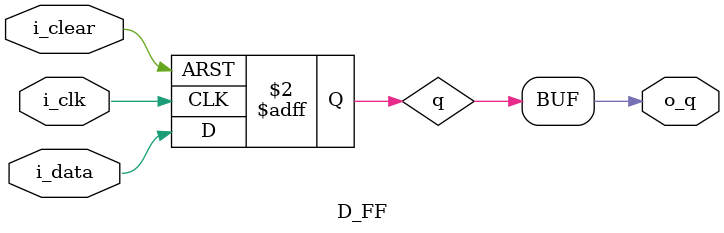
<source format=v>
	

module D_FF (
	input i_clk,
	input i_clear,
	input i_data,
	
	output o_q

);
reg q;

always @(posedge i_clk or posedge i_clear) 
	begin
		if (i_clear) begin
			q <= 1'b0;
		end else begin
			q <= i_data;
		end
	end

assign o_q = q;

endmodule//
</source>
